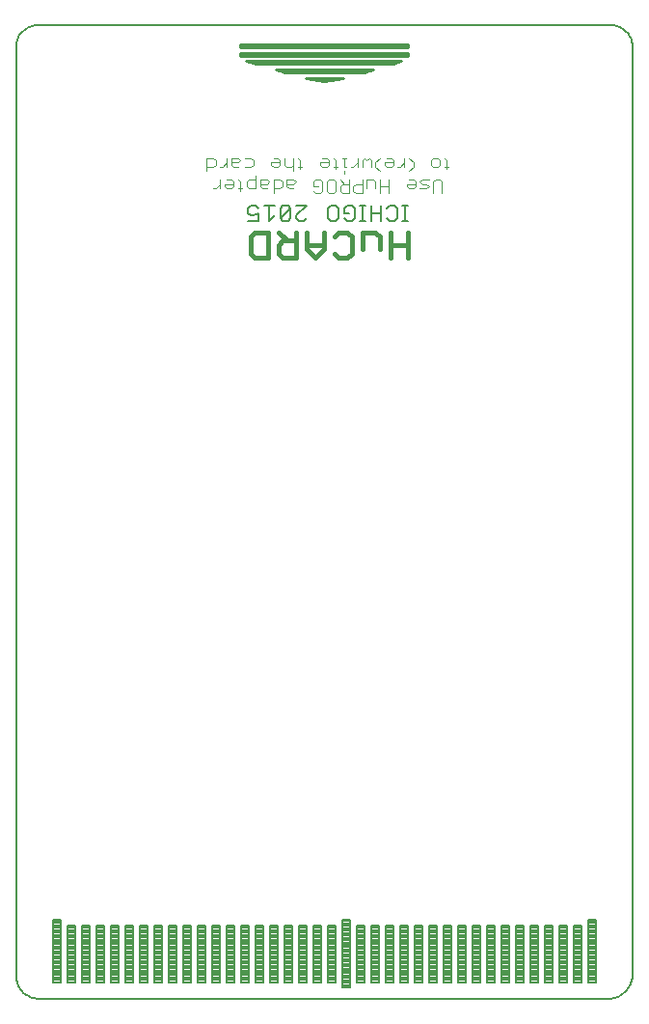
<source format=gts>
G75*
G70*
%OFA0B0*%
%FSLAX24Y24*%
%IPPOS*%
%LPD*%
%AMOC8*
5,1,8,0,0,1.08239X$1,22.5*
%
%ADD10C,0.0100*%
%ADD11C,0.0070*%
%ADD12C,0.0040*%
%ADD13C,0.0170*%
%ADD14C,0.0050*%
%ADD15C,0.0083*%
D10*
X010634Y032431D02*
X011270Y032333D01*
X011906Y032431D01*
X010634Y032431D01*
X011114Y032357D02*
X011426Y032357D01*
X012585Y032628D02*
X012943Y032727D01*
X009597Y032727D01*
X009954Y032628D01*
X012585Y032628D01*
X012674Y032653D02*
X009866Y032653D01*
X008944Y032923D02*
X013596Y032923D01*
X013927Y033022D01*
X008550Y033022D01*
X008944Y032923D01*
X008845Y032948D02*
X013679Y032948D01*
X014170Y033219D02*
X014170Y033317D01*
X008370Y033317D01*
X008370Y033219D01*
X014170Y033219D01*
X014170Y033244D02*
X008370Y033244D01*
X008370Y033514D02*
X008370Y033612D01*
X014170Y033612D01*
X014170Y033514D01*
X008370Y033514D01*
X008370Y033539D02*
X014170Y033539D01*
D11*
X014147Y028043D02*
X013970Y028043D01*
X014059Y028043D02*
X014059Y027512D01*
X014147Y027512D02*
X013970Y027512D01*
X013779Y027600D02*
X013779Y027954D01*
X013690Y028043D01*
X013513Y028043D01*
X013425Y027954D01*
X013226Y028043D02*
X013226Y027512D01*
X013425Y027600D02*
X013513Y027512D01*
X013690Y027512D01*
X013779Y027600D01*
X013226Y027777D02*
X012873Y027777D01*
X012873Y027512D02*
X012873Y028043D01*
X012674Y028043D02*
X012497Y028043D01*
X012585Y028043D02*
X012585Y027512D01*
X012497Y027512D02*
X012674Y027512D01*
X012305Y027600D02*
X012305Y027954D01*
X012217Y028043D01*
X012040Y028043D01*
X011952Y027954D01*
X011952Y027777D01*
X012129Y027777D01*
X012305Y027600D02*
X012217Y027512D01*
X012040Y027512D01*
X011952Y027600D01*
X011753Y027600D02*
X011753Y027954D01*
X011664Y028043D01*
X011488Y028043D01*
X011399Y027954D01*
X011399Y027600D01*
X011488Y027512D01*
X011664Y027512D01*
X011753Y027600D01*
X010648Y027600D02*
X010560Y027512D01*
X010383Y027512D01*
X010294Y027600D01*
X010294Y027689D01*
X010648Y028043D01*
X010294Y028043D01*
X010095Y027954D02*
X010095Y027600D01*
X010007Y027512D01*
X009830Y027512D01*
X009742Y027600D01*
X010095Y027954D01*
X010007Y028043D01*
X009830Y028043D01*
X009742Y027954D01*
X009742Y027600D01*
X009543Y027689D02*
X009366Y027512D01*
X009366Y028043D01*
X009543Y028043D02*
X009189Y028043D01*
X008991Y027954D02*
X008902Y028043D01*
X008725Y028043D01*
X008637Y027954D01*
X008637Y027777D01*
X008725Y027689D01*
X008814Y027689D01*
X008991Y027777D01*
X008991Y027512D01*
X008637Y027512D01*
D12*
X008353Y028549D02*
X008353Y028856D01*
X008277Y028933D01*
X008123Y028856D02*
X008123Y028702D01*
X008046Y028626D01*
X007893Y028626D01*
X007816Y028702D01*
X007816Y028779D01*
X008123Y028779D01*
X008123Y028856D02*
X008046Y028933D01*
X007893Y028933D01*
X007663Y028933D02*
X007663Y028626D01*
X007663Y028779D02*
X007509Y028626D01*
X007433Y028626D01*
X007202Y029222D02*
X007202Y029683D01*
X007433Y029683D01*
X007509Y029606D01*
X007509Y029452D01*
X007433Y029376D01*
X007202Y029376D01*
X007663Y029376D02*
X007739Y029376D01*
X007893Y029529D01*
X008046Y029529D02*
X008277Y029529D01*
X008353Y029606D01*
X008277Y029683D01*
X008046Y029683D01*
X008046Y029452D01*
X008123Y029376D01*
X008277Y029376D01*
X008507Y029376D02*
X008737Y029376D01*
X008814Y029452D01*
X008814Y029606D01*
X008737Y029683D01*
X008507Y029683D01*
X008890Y029086D02*
X008890Y028626D01*
X008660Y028626D01*
X008584Y028702D01*
X008584Y028856D01*
X008660Y028933D01*
X008890Y028933D01*
X009044Y028933D02*
X009044Y028702D01*
X009121Y028626D01*
X009274Y028626D01*
X009274Y028779D02*
X009044Y028779D01*
X009044Y028933D02*
X009274Y028933D01*
X009351Y028856D01*
X009274Y028779D01*
X009504Y028626D02*
X009735Y028626D01*
X009811Y028702D01*
X009811Y028856D01*
X009735Y028933D01*
X009504Y028933D01*
X009504Y028472D01*
X009965Y028702D02*
X009965Y028933D01*
X010195Y028933D01*
X010272Y028856D01*
X010195Y028779D01*
X009965Y028779D01*
X009965Y028702D02*
X010041Y028626D01*
X010195Y028626D01*
X010195Y029222D02*
X010195Y029683D01*
X010348Y029683D02*
X010425Y029606D01*
X010425Y029299D01*
X010502Y029376D02*
X010348Y029376D01*
X010195Y029452D02*
X010118Y029376D01*
X009965Y029376D01*
X009888Y029452D01*
X009888Y029683D01*
X009735Y029606D02*
X009735Y029452D01*
X009658Y029376D01*
X009504Y029376D01*
X009428Y029452D01*
X009428Y029529D01*
X009735Y029529D01*
X009735Y029606D02*
X009658Y029683D01*
X009504Y029683D01*
X008430Y028626D02*
X008277Y028626D01*
X007893Y029376D02*
X007893Y029683D01*
X010885Y028856D02*
X010885Y028702D01*
X011039Y028702D01*
X011192Y028549D02*
X011116Y028472D01*
X010962Y028472D01*
X010885Y028549D01*
X010885Y028856D02*
X010962Y028933D01*
X011116Y028933D01*
X011192Y028856D01*
X011192Y028549D01*
X011346Y028549D02*
X011423Y028472D01*
X011576Y028472D01*
X011653Y028549D01*
X011653Y028856D01*
X011576Y028933D01*
X011423Y028933D01*
X011346Y028856D01*
X011346Y028549D01*
X011806Y028549D02*
X011806Y028702D01*
X011883Y028779D01*
X012113Y028779D01*
X011960Y028779D02*
X011806Y028933D01*
X011960Y029145D02*
X011960Y029222D01*
X011960Y029376D02*
X011960Y029683D01*
X012036Y029683D02*
X011883Y029683D01*
X011653Y029606D02*
X011653Y029299D01*
X011730Y029376D02*
X011576Y029376D01*
X011423Y029452D02*
X011346Y029376D01*
X011192Y029376D01*
X011116Y029452D01*
X011116Y029529D01*
X011423Y029529D01*
X011423Y029606D02*
X011423Y029452D01*
X011423Y029606D02*
X011346Y029683D01*
X011192Y029683D01*
X011576Y029683D02*
X011653Y029606D01*
X011960Y029376D02*
X012036Y029376D01*
X012190Y029376D02*
X012267Y029376D01*
X012420Y029529D01*
X012420Y029376D02*
X012420Y029683D01*
X012574Y029606D02*
X012574Y029376D01*
X012574Y029606D02*
X012650Y029683D01*
X012727Y029606D01*
X012804Y029683D01*
X012881Y029606D01*
X012881Y029376D01*
X013034Y029376D02*
X013187Y029222D01*
X013034Y029376D02*
X013034Y029529D01*
X013187Y029683D01*
X013341Y029529D02*
X013648Y029529D01*
X013648Y029452D02*
X013571Y029376D01*
X013418Y029376D01*
X013341Y029452D01*
X013341Y029529D01*
X013418Y029683D02*
X013571Y029683D01*
X013648Y029606D01*
X013648Y029452D01*
X013801Y029376D02*
X013878Y029376D01*
X014031Y029529D01*
X014031Y029376D02*
X014031Y029683D01*
X014185Y029683D02*
X014338Y029529D01*
X014338Y029376D01*
X014185Y029222D01*
X014185Y028933D02*
X014338Y028933D01*
X014415Y028856D01*
X014415Y028702D01*
X014338Y028626D01*
X014185Y028626D01*
X014108Y028702D01*
X014108Y028779D01*
X014415Y028779D01*
X014569Y028856D02*
X014645Y028933D01*
X014876Y028933D01*
X015029Y028856D02*
X015029Y028472D01*
X014799Y028626D02*
X014569Y028626D01*
X014645Y028779D02*
X014799Y028779D01*
X014876Y028702D01*
X014799Y028626D01*
X014645Y028779D02*
X014569Y028856D01*
X015029Y028856D02*
X015106Y028933D01*
X015259Y028933D01*
X015336Y028856D01*
X015336Y028472D01*
X015489Y029299D02*
X015489Y029606D01*
X015413Y029683D01*
X015259Y029606D02*
X015259Y029452D01*
X015182Y029376D01*
X015029Y029376D01*
X014952Y029452D01*
X014952Y029606D01*
X015029Y029683D01*
X015182Y029683D01*
X015259Y029606D01*
X015413Y029376D02*
X015566Y029376D01*
X013494Y028933D02*
X013494Y028472D01*
X013494Y028702D02*
X013187Y028702D01*
X013034Y028626D02*
X013034Y028856D01*
X012957Y028933D01*
X012727Y028933D01*
X012727Y028626D01*
X012574Y028779D02*
X012343Y028779D01*
X012267Y028702D01*
X012267Y028549D01*
X012343Y028472D01*
X012574Y028472D01*
X012574Y028933D01*
X012113Y028933D02*
X012113Y028472D01*
X011883Y028472D01*
X011806Y028549D01*
X013187Y028472D02*
X013187Y028933D01*
D13*
X013029Y027118D02*
X012589Y027118D01*
X012589Y026530D01*
X012209Y026384D02*
X012209Y026971D01*
X012063Y027118D01*
X011769Y027118D01*
X011622Y026971D01*
X011243Y027118D02*
X011243Y026530D01*
X010949Y026237D01*
X010655Y026530D01*
X010655Y027118D01*
X010276Y027118D02*
X010276Y026237D01*
X009835Y026237D01*
X009689Y026384D01*
X009689Y026677D01*
X009835Y026824D01*
X010276Y026824D01*
X010655Y026677D02*
X011243Y026677D01*
X011622Y026384D02*
X011769Y026237D01*
X012063Y026237D01*
X012209Y026384D01*
X013029Y027118D02*
X013176Y026971D01*
X013176Y026530D01*
X013556Y026677D02*
X014143Y026677D01*
X014143Y026237D02*
X014143Y027118D01*
X013556Y027118D02*
X013556Y026237D01*
X009982Y026824D02*
X009689Y027118D01*
X009309Y027118D02*
X009309Y026237D01*
X008868Y026237D01*
X008722Y026384D01*
X008722Y026971D01*
X008868Y027118D01*
X009309Y027118D01*
D14*
X000613Y033527D02*
X000613Y001440D01*
X000615Y001385D01*
X000620Y001331D01*
X000630Y001277D01*
X000643Y001224D01*
X000659Y001172D01*
X000679Y001121D01*
X000703Y001072D01*
X000729Y001024D01*
X000759Y000979D01*
X000792Y000935D01*
X000828Y000894D01*
X000867Y000855D01*
X000908Y000819D01*
X000952Y000786D01*
X000997Y000756D01*
X001045Y000730D01*
X001094Y000706D01*
X001145Y000686D01*
X001197Y000670D01*
X001250Y000657D01*
X001304Y000647D01*
X001358Y000642D01*
X001413Y000640D01*
X021084Y000640D01*
X021085Y000639D02*
X021141Y000643D01*
X021197Y000650D01*
X021252Y000661D01*
X021306Y000675D01*
X021360Y000693D01*
X021412Y000714D01*
X021462Y000739D01*
X021511Y000767D01*
X021558Y000798D01*
X021603Y000832D01*
X021645Y000869D01*
X021685Y000909D01*
X021723Y000951D01*
X021757Y000995D01*
X021788Y001042D01*
X021817Y001090D01*
X021842Y001141D01*
X021864Y001193D01*
X021882Y001246D01*
X021897Y001300D01*
X021908Y001355D01*
X021916Y001411D01*
X021919Y001467D01*
X021920Y001524D01*
X021919Y001524D02*
X021919Y033527D01*
X021917Y033580D01*
X021911Y033632D01*
X021902Y033684D01*
X021889Y033735D01*
X021872Y033785D01*
X021852Y033834D01*
X021829Y033881D01*
X021802Y033926D01*
X021772Y033969D01*
X021739Y034010D01*
X021703Y034049D01*
X021664Y034085D01*
X021623Y034118D01*
X021580Y034148D01*
X021535Y034175D01*
X021488Y034198D01*
X021439Y034218D01*
X021389Y034235D01*
X021338Y034248D01*
X021286Y034257D01*
X021234Y034263D01*
X021181Y034265D01*
X001351Y034265D01*
X001298Y034263D01*
X001246Y034257D01*
X001194Y034248D01*
X001143Y034235D01*
X001093Y034218D01*
X001044Y034198D01*
X000997Y034175D01*
X000952Y034148D01*
X000909Y034118D01*
X000868Y034085D01*
X000829Y034049D01*
X000793Y034010D01*
X000760Y033969D01*
X000730Y033926D01*
X000703Y033881D01*
X000680Y033834D01*
X000660Y033785D01*
X000643Y033735D01*
X000630Y033684D01*
X000621Y033632D01*
X000615Y033580D01*
X000613Y033527D01*
D15*
X002140Y003370D02*
X002140Y001210D01*
X001892Y001210D01*
X001892Y003370D01*
X002140Y003370D01*
X002140Y001292D02*
X001892Y001292D01*
X001892Y001374D02*
X002140Y001374D01*
X002140Y001456D02*
X001892Y001456D01*
X001892Y001538D02*
X002140Y001538D01*
X002140Y001620D02*
X001892Y001620D01*
X001892Y001702D02*
X002140Y001702D01*
X002140Y001784D02*
X001892Y001784D01*
X001892Y001866D02*
X002140Y001866D01*
X002140Y001948D02*
X001892Y001948D01*
X001892Y002030D02*
X002140Y002030D01*
X002140Y002112D02*
X001892Y002112D01*
X001892Y002194D02*
X002140Y002194D01*
X002140Y002276D02*
X001892Y002276D01*
X001892Y002358D02*
X002140Y002358D01*
X002140Y002440D02*
X001892Y002440D01*
X001892Y002522D02*
X002140Y002522D01*
X002140Y002604D02*
X001892Y002604D01*
X001892Y002686D02*
X002140Y002686D01*
X002140Y002768D02*
X001892Y002768D01*
X001892Y002850D02*
X002140Y002850D01*
X002140Y002932D02*
X001892Y002932D01*
X001892Y003014D02*
X002140Y003014D01*
X002140Y003096D02*
X001892Y003096D01*
X001892Y003178D02*
X002140Y003178D01*
X002140Y003260D02*
X001892Y003260D01*
X001892Y003342D02*
X002140Y003342D01*
X002640Y003170D02*
X002640Y001210D01*
X002392Y001210D01*
X002392Y003170D01*
X002640Y003170D01*
X002640Y001292D02*
X002392Y001292D01*
X002392Y001374D02*
X002640Y001374D01*
X002640Y001456D02*
X002392Y001456D01*
X002392Y001538D02*
X002640Y001538D01*
X002640Y001620D02*
X002392Y001620D01*
X002392Y001702D02*
X002640Y001702D01*
X002640Y001784D02*
X002392Y001784D01*
X002392Y001866D02*
X002640Y001866D01*
X002640Y001948D02*
X002392Y001948D01*
X002392Y002030D02*
X002640Y002030D01*
X002640Y002112D02*
X002392Y002112D01*
X002392Y002194D02*
X002640Y002194D01*
X002640Y002276D02*
X002392Y002276D01*
X002392Y002358D02*
X002640Y002358D01*
X002640Y002440D02*
X002392Y002440D01*
X002392Y002522D02*
X002640Y002522D01*
X002640Y002604D02*
X002392Y002604D01*
X002392Y002686D02*
X002640Y002686D01*
X002640Y002768D02*
X002392Y002768D01*
X002392Y002850D02*
X002640Y002850D01*
X002640Y002932D02*
X002392Y002932D01*
X002392Y003014D02*
X002640Y003014D01*
X002640Y003096D02*
X002392Y003096D01*
X003140Y003170D02*
X003140Y001210D01*
X002892Y001210D01*
X002892Y003170D01*
X003140Y003170D01*
X003140Y001292D02*
X002892Y001292D01*
X002892Y001374D02*
X003140Y001374D01*
X003140Y001456D02*
X002892Y001456D01*
X002892Y001538D02*
X003140Y001538D01*
X003140Y001620D02*
X002892Y001620D01*
X002892Y001702D02*
X003140Y001702D01*
X003140Y001784D02*
X002892Y001784D01*
X002892Y001866D02*
X003140Y001866D01*
X003140Y001948D02*
X002892Y001948D01*
X002892Y002030D02*
X003140Y002030D01*
X003140Y002112D02*
X002892Y002112D01*
X002892Y002194D02*
X003140Y002194D01*
X003140Y002276D02*
X002892Y002276D01*
X002892Y002358D02*
X003140Y002358D01*
X003140Y002440D02*
X002892Y002440D01*
X002892Y002522D02*
X003140Y002522D01*
X003140Y002604D02*
X002892Y002604D01*
X002892Y002686D02*
X003140Y002686D01*
X003140Y002768D02*
X002892Y002768D01*
X002892Y002850D02*
X003140Y002850D01*
X003140Y002932D02*
X002892Y002932D01*
X002892Y003014D02*
X003140Y003014D01*
X003140Y003096D02*
X002892Y003096D01*
X003640Y003170D02*
X003640Y001210D01*
X003392Y001210D01*
X003392Y003170D01*
X003640Y003170D01*
X003640Y001292D02*
X003392Y001292D01*
X003392Y001374D02*
X003640Y001374D01*
X003640Y001456D02*
X003392Y001456D01*
X003392Y001538D02*
X003640Y001538D01*
X003640Y001620D02*
X003392Y001620D01*
X003392Y001702D02*
X003640Y001702D01*
X003640Y001784D02*
X003392Y001784D01*
X003392Y001866D02*
X003640Y001866D01*
X003640Y001948D02*
X003392Y001948D01*
X003392Y002030D02*
X003640Y002030D01*
X003640Y002112D02*
X003392Y002112D01*
X003392Y002194D02*
X003640Y002194D01*
X003640Y002276D02*
X003392Y002276D01*
X003392Y002358D02*
X003640Y002358D01*
X003640Y002440D02*
X003392Y002440D01*
X003392Y002522D02*
X003640Y002522D01*
X003640Y002604D02*
X003392Y002604D01*
X003392Y002686D02*
X003640Y002686D01*
X003640Y002768D02*
X003392Y002768D01*
X003392Y002850D02*
X003640Y002850D01*
X003640Y002932D02*
X003392Y002932D01*
X003392Y003014D02*
X003640Y003014D01*
X003640Y003096D02*
X003392Y003096D01*
X004140Y003170D02*
X004140Y001210D01*
X003892Y001210D01*
X003892Y003170D01*
X004140Y003170D01*
X004140Y001292D02*
X003892Y001292D01*
X003892Y001374D02*
X004140Y001374D01*
X004140Y001456D02*
X003892Y001456D01*
X003892Y001538D02*
X004140Y001538D01*
X004140Y001620D02*
X003892Y001620D01*
X003892Y001702D02*
X004140Y001702D01*
X004140Y001784D02*
X003892Y001784D01*
X003892Y001866D02*
X004140Y001866D01*
X004140Y001948D02*
X003892Y001948D01*
X003892Y002030D02*
X004140Y002030D01*
X004140Y002112D02*
X003892Y002112D01*
X003892Y002194D02*
X004140Y002194D01*
X004140Y002276D02*
X003892Y002276D01*
X003892Y002358D02*
X004140Y002358D01*
X004140Y002440D02*
X003892Y002440D01*
X003892Y002522D02*
X004140Y002522D01*
X004140Y002604D02*
X003892Y002604D01*
X003892Y002686D02*
X004140Y002686D01*
X004140Y002768D02*
X003892Y002768D01*
X003892Y002850D02*
X004140Y002850D01*
X004140Y002932D02*
X003892Y002932D01*
X003892Y003014D02*
X004140Y003014D01*
X004140Y003096D02*
X003892Y003096D01*
X004640Y003170D02*
X004640Y001210D01*
X004392Y001210D01*
X004392Y003170D01*
X004640Y003170D01*
X004640Y001292D02*
X004392Y001292D01*
X004392Y001374D02*
X004640Y001374D01*
X004640Y001456D02*
X004392Y001456D01*
X004392Y001538D02*
X004640Y001538D01*
X004640Y001620D02*
X004392Y001620D01*
X004392Y001702D02*
X004640Y001702D01*
X004640Y001784D02*
X004392Y001784D01*
X004392Y001866D02*
X004640Y001866D01*
X004640Y001948D02*
X004392Y001948D01*
X004392Y002030D02*
X004640Y002030D01*
X004640Y002112D02*
X004392Y002112D01*
X004392Y002194D02*
X004640Y002194D01*
X004640Y002276D02*
X004392Y002276D01*
X004392Y002358D02*
X004640Y002358D01*
X004640Y002440D02*
X004392Y002440D01*
X004392Y002522D02*
X004640Y002522D01*
X004640Y002604D02*
X004392Y002604D01*
X004392Y002686D02*
X004640Y002686D01*
X004640Y002768D02*
X004392Y002768D01*
X004392Y002850D02*
X004640Y002850D01*
X004640Y002932D02*
X004392Y002932D01*
X004392Y003014D02*
X004640Y003014D01*
X004640Y003096D02*
X004392Y003096D01*
X005140Y003170D02*
X005140Y001210D01*
X004892Y001210D01*
X004892Y003170D01*
X005140Y003170D01*
X005140Y001292D02*
X004892Y001292D01*
X004892Y001374D02*
X005140Y001374D01*
X005140Y001456D02*
X004892Y001456D01*
X004892Y001538D02*
X005140Y001538D01*
X005140Y001620D02*
X004892Y001620D01*
X004892Y001702D02*
X005140Y001702D01*
X005140Y001784D02*
X004892Y001784D01*
X004892Y001866D02*
X005140Y001866D01*
X005140Y001948D02*
X004892Y001948D01*
X004892Y002030D02*
X005140Y002030D01*
X005140Y002112D02*
X004892Y002112D01*
X004892Y002194D02*
X005140Y002194D01*
X005140Y002276D02*
X004892Y002276D01*
X004892Y002358D02*
X005140Y002358D01*
X005140Y002440D02*
X004892Y002440D01*
X004892Y002522D02*
X005140Y002522D01*
X005140Y002604D02*
X004892Y002604D01*
X004892Y002686D02*
X005140Y002686D01*
X005140Y002768D02*
X004892Y002768D01*
X004892Y002850D02*
X005140Y002850D01*
X005140Y002932D02*
X004892Y002932D01*
X004892Y003014D02*
X005140Y003014D01*
X005140Y003096D02*
X004892Y003096D01*
X005640Y003170D02*
X005640Y001210D01*
X005392Y001210D01*
X005392Y003170D01*
X005640Y003170D01*
X005640Y001292D02*
X005392Y001292D01*
X005392Y001374D02*
X005640Y001374D01*
X005640Y001456D02*
X005392Y001456D01*
X005392Y001538D02*
X005640Y001538D01*
X005640Y001620D02*
X005392Y001620D01*
X005392Y001702D02*
X005640Y001702D01*
X005640Y001784D02*
X005392Y001784D01*
X005392Y001866D02*
X005640Y001866D01*
X005640Y001948D02*
X005392Y001948D01*
X005392Y002030D02*
X005640Y002030D01*
X005640Y002112D02*
X005392Y002112D01*
X005392Y002194D02*
X005640Y002194D01*
X005640Y002276D02*
X005392Y002276D01*
X005392Y002358D02*
X005640Y002358D01*
X005640Y002440D02*
X005392Y002440D01*
X005392Y002522D02*
X005640Y002522D01*
X005640Y002604D02*
X005392Y002604D01*
X005392Y002686D02*
X005640Y002686D01*
X005640Y002768D02*
X005392Y002768D01*
X005392Y002850D02*
X005640Y002850D01*
X005640Y002932D02*
X005392Y002932D01*
X005392Y003014D02*
X005640Y003014D01*
X005640Y003096D02*
X005392Y003096D01*
X006140Y003170D02*
X006140Y001210D01*
X005892Y001210D01*
X005892Y003170D01*
X006140Y003170D01*
X006140Y001292D02*
X005892Y001292D01*
X005892Y001374D02*
X006140Y001374D01*
X006140Y001456D02*
X005892Y001456D01*
X005892Y001538D02*
X006140Y001538D01*
X006140Y001620D02*
X005892Y001620D01*
X005892Y001702D02*
X006140Y001702D01*
X006140Y001784D02*
X005892Y001784D01*
X005892Y001866D02*
X006140Y001866D01*
X006140Y001948D02*
X005892Y001948D01*
X005892Y002030D02*
X006140Y002030D01*
X006140Y002112D02*
X005892Y002112D01*
X005892Y002194D02*
X006140Y002194D01*
X006140Y002276D02*
X005892Y002276D01*
X005892Y002358D02*
X006140Y002358D01*
X006140Y002440D02*
X005892Y002440D01*
X005892Y002522D02*
X006140Y002522D01*
X006140Y002604D02*
X005892Y002604D01*
X005892Y002686D02*
X006140Y002686D01*
X006140Y002768D02*
X005892Y002768D01*
X005892Y002850D02*
X006140Y002850D01*
X006140Y002932D02*
X005892Y002932D01*
X005892Y003014D02*
X006140Y003014D01*
X006140Y003096D02*
X005892Y003096D01*
X006640Y003170D02*
X006640Y001210D01*
X006392Y001210D01*
X006392Y003170D01*
X006640Y003170D01*
X006640Y001292D02*
X006392Y001292D01*
X006392Y001374D02*
X006640Y001374D01*
X006640Y001456D02*
X006392Y001456D01*
X006392Y001538D02*
X006640Y001538D01*
X006640Y001620D02*
X006392Y001620D01*
X006392Y001702D02*
X006640Y001702D01*
X006640Y001784D02*
X006392Y001784D01*
X006392Y001866D02*
X006640Y001866D01*
X006640Y001948D02*
X006392Y001948D01*
X006392Y002030D02*
X006640Y002030D01*
X006640Y002112D02*
X006392Y002112D01*
X006392Y002194D02*
X006640Y002194D01*
X006640Y002276D02*
X006392Y002276D01*
X006392Y002358D02*
X006640Y002358D01*
X006640Y002440D02*
X006392Y002440D01*
X006392Y002522D02*
X006640Y002522D01*
X006640Y002604D02*
X006392Y002604D01*
X006392Y002686D02*
X006640Y002686D01*
X006640Y002768D02*
X006392Y002768D01*
X006392Y002850D02*
X006640Y002850D01*
X006640Y002932D02*
X006392Y002932D01*
X006392Y003014D02*
X006640Y003014D01*
X006640Y003096D02*
X006392Y003096D01*
X007140Y003170D02*
X007140Y001210D01*
X006892Y001210D01*
X006892Y003170D01*
X007140Y003170D01*
X007140Y001292D02*
X006892Y001292D01*
X006892Y001374D02*
X007140Y001374D01*
X007140Y001456D02*
X006892Y001456D01*
X006892Y001538D02*
X007140Y001538D01*
X007140Y001620D02*
X006892Y001620D01*
X006892Y001702D02*
X007140Y001702D01*
X007140Y001784D02*
X006892Y001784D01*
X006892Y001866D02*
X007140Y001866D01*
X007140Y001948D02*
X006892Y001948D01*
X006892Y002030D02*
X007140Y002030D01*
X007140Y002112D02*
X006892Y002112D01*
X006892Y002194D02*
X007140Y002194D01*
X007140Y002276D02*
X006892Y002276D01*
X006892Y002358D02*
X007140Y002358D01*
X007140Y002440D02*
X006892Y002440D01*
X006892Y002522D02*
X007140Y002522D01*
X007140Y002604D02*
X006892Y002604D01*
X006892Y002686D02*
X007140Y002686D01*
X007140Y002768D02*
X006892Y002768D01*
X006892Y002850D02*
X007140Y002850D01*
X007140Y002932D02*
X006892Y002932D01*
X006892Y003014D02*
X007140Y003014D01*
X007140Y003096D02*
X006892Y003096D01*
X007640Y003170D02*
X007640Y001210D01*
X007392Y001210D01*
X007392Y003170D01*
X007640Y003170D01*
X007640Y001292D02*
X007392Y001292D01*
X007392Y001374D02*
X007640Y001374D01*
X007640Y001456D02*
X007392Y001456D01*
X007392Y001538D02*
X007640Y001538D01*
X007640Y001620D02*
X007392Y001620D01*
X007392Y001702D02*
X007640Y001702D01*
X007640Y001784D02*
X007392Y001784D01*
X007392Y001866D02*
X007640Y001866D01*
X007640Y001948D02*
X007392Y001948D01*
X007392Y002030D02*
X007640Y002030D01*
X007640Y002112D02*
X007392Y002112D01*
X007392Y002194D02*
X007640Y002194D01*
X007640Y002276D02*
X007392Y002276D01*
X007392Y002358D02*
X007640Y002358D01*
X007640Y002440D02*
X007392Y002440D01*
X007392Y002522D02*
X007640Y002522D01*
X007640Y002604D02*
X007392Y002604D01*
X007392Y002686D02*
X007640Y002686D01*
X007640Y002768D02*
X007392Y002768D01*
X007392Y002850D02*
X007640Y002850D01*
X007640Y002932D02*
X007392Y002932D01*
X007392Y003014D02*
X007640Y003014D01*
X007640Y003096D02*
X007392Y003096D01*
X008140Y003170D02*
X008140Y001210D01*
X007892Y001210D01*
X007892Y003170D01*
X008140Y003170D01*
X008140Y001292D02*
X007892Y001292D01*
X007892Y001374D02*
X008140Y001374D01*
X008140Y001456D02*
X007892Y001456D01*
X007892Y001538D02*
X008140Y001538D01*
X008140Y001620D02*
X007892Y001620D01*
X007892Y001702D02*
X008140Y001702D01*
X008140Y001784D02*
X007892Y001784D01*
X007892Y001866D02*
X008140Y001866D01*
X008140Y001948D02*
X007892Y001948D01*
X007892Y002030D02*
X008140Y002030D01*
X008140Y002112D02*
X007892Y002112D01*
X007892Y002194D02*
X008140Y002194D01*
X008140Y002276D02*
X007892Y002276D01*
X007892Y002358D02*
X008140Y002358D01*
X008140Y002440D02*
X007892Y002440D01*
X007892Y002522D02*
X008140Y002522D01*
X008140Y002604D02*
X007892Y002604D01*
X007892Y002686D02*
X008140Y002686D01*
X008140Y002768D02*
X007892Y002768D01*
X007892Y002850D02*
X008140Y002850D01*
X008140Y002932D02*
X007892Y002932D01*
X007892Y003014D02*
X008140Y003014D01*
X008140Y003096D02*
X007892Y003096D01*
X008640Y003170D02*
X008640Y001210D01*
X008392Y001210D01*
X008392Y003170D01*
X008640Y003170D01*
X008640Y001292D02*
X008392Y001292D01*
X008392Y001374D02*
X008640Y001374D01*
X008640Y001456D02*
X008392Y001456D01*
X008392Y001538D02*
X008640Y001538D01*
X008640Y001620D02*
X008392Y001620D01*
X008392Y001702D02*
X008640Y001702D01*
X008640Y001784D02*
X008392Y001784D01*
X008392Y001866D02*
X008640Y001866D01*
X008640Y001948D02*
X008392Y001948D01*
X008392Y002030D02*
X008640Y002030D01*
X008640Y002112D02*
X008392Y002112D01*
X008392Y002194D02*
X008640Y002194D01*
X008640Y002276D02*
X008392Y002276D01*
X008392Y002358D02*
X008640Y002358D01*
X008640Y002440D02*
X008392Y002440D01*
X008392Y002522D02*
X008640Y002522D01*
X008640Y002604D02*
X008392Y002604D01*
X008392Y002686D02*
X008640Y002686D01*
X008640Y002768D02*
X008392Y002768D01*
X008392Y002850D02*
X008640Y002850D01*
X008640Y002932D02*
X008392Y002932D01*
X008392Y003014D02*
X008640Y003014D01*
X008640Y003096D02*
X008392Y003096D01*
X009140Y003170D02*
X009140Y001210D01*
X008892Y001210D01*
X008892Y003170D01*
X009140Y003170D01*
X009140Y001292D02*
X008892Y001292D01*
X008892Y001374D02*
X009140Y001374D01*
X009140Y001456D02*
X008892Y001456D01*
X008892Y001538D02*
X009140Y001538D01*
X009140Y001620D02*
X008892Y001620D01*
X008892Y001702D02*
X009140Y001702D01*
X009140Y001784D02*
X008892Y001784D01*
X008892Y001866D02*
X009140Y001866D01*
X009140Y001948D02*
X008892Y001948D01*
X008892Y002030D02*
X009140Y002030D01*
X009140Y002112D02*
X008892Y002112D01*
X008892Y002194D02*
X009140Y002194D01*
X009140Y002276D02*
X008892Y002276D01*
X008892Y002358D02*
X009140Y002358D01*
X009140Y002440D02*
X008892Y002440D01*
X008892Y002522D02*
X009140Y002522D01*
X009140Y002604D02*
X008892Y002604D01*
X008892Y002686D02*
X009140Y002686D01*
X009140Y002768D02*
X008892Y002768D01*
X008892Y002850D02*
X009140Y002850D01*
X009140Y002932D02*
X008892Y002932D01*
X008892Y003014D02*
X009140Y003014D01*
X009140Y003096D02*
X008892Y003096D01*
X009640Y003170D02*
X009640Y001210D01*
X009392Y001210D01*
X009392Y003170D01*
X009640Y003170D01*
X009640Y001292D02*
X009392Y001292D01*
X009392Y001374D02*
X009640Y001374D01*
X009640Y001456D02*
X009392Y001456D01*
X009392Y001538D02*
X009640Y001538D01*
X009640Y001620D02*
X009392Y001620D01*
X009392Y001702D02*
X009640Y001702D01*
X009640Y001784D02*
X009392Y001784D01*
X009392Y001866D02*
X009640Y001866D01*
X009640Y001948D02*
X009392Y001948D01*
X009392Y002030D02*
X009640Y002030D01*
X009640Y002112D02*
X009392Y002112D01*
X009392Y002194D02*
X009640Y002194D01*
X009640Y002276D02*
X009392Y002276D01*
X009392Y002358D02*
X009640Y002358D01*
X009640Y002440D02*
X009392Y002440D01*
X009392Y002522D02*
X009640Y002522D01*
X009640Y002604D02*
X009392Y002604D01*
X009392Y002686D02*
X009640Y002686D01*
X009640Y002768D02*
X009392Y002768D01*
X009392Y002850D02*
X009640Y002850D01*
X009640Y002932D02*
X009392Y002932D01*
X009392Y003014D02*
X009640Y003014D01*
X009640Y003096D02*
X009392Y003096D01*
X010140Y003170D02*
X010140Y001210D01*
X009892Y001210D01*
X009892Y003170D01*
X010140Y003170D01*
X010140Y001292D02*
X009892Y001292D01*
X009892Y001374D02*
X010140Y001374D01*
X010140Y001456D02*
X009892Y001456D01*
X009892Y001538D02*
X010140Y001538D01*
X010140Y001620D02*
X009892Y001620D01*
X009892Y001702D02*
X010140Y001702D01*
X010140Y001784D02*
X009892Y001784D01*
X009892Y001866D02*
X010140Y001866D01*
X010140Y001948D02*
X009892Y001948D01*
X009892Y002030D02*
X010140Y002030D01*
X010140Y002112D02*
X009892Y002112D01*
X009892Y002194D02*
X010140Y002194D01*
X010140Y002276D02*
X009892Y002276D01*
X009892Y002358D02*
X010140Y002358D01*
X010140Y002440D02*
X009892Y002440D01*
X009892Y002522D02*
X010140Y002522D01*
X010140Y002604D02*
X009892Y002604D01*
X009892Y002686D02*
X010140Y002686D01*
X010140Y002768D02*
X009892Y002768D01*
X009892Y002850D02*
X010140Y002850D01*
X010140Y002932D02*
X009892Y002932D01*
X009892Y003014D02*
X010140Y003014D01*
X010140Y003096D02*
X009892Y003096D01*
X010640Y003170D02*
X010640Y001210D01*
X010392Y001210D01*
X010392Y003170D01*
X010640Y003170D01*
X010640Y001292D02*
X010392Y001292D01*
X010392Y001374D02*
X010640Y001374D01*
X010640Y001456D02*
X010392Y001456D01*
X010392Y001538D02*
X010640Y001538D01*
X010640Y001620D02*
X010392Y001620D01*
X010392Y001702D02*
X010640Y001702D01*
X010640Y001784D02*
X010392Y001784D01*
X010392Y001866D02*
X010640Y001866D01*
X010640Y001948D02*
X010392Y001948D01*
X010392Y002030D02*
X010640Y002030D01*
X010640Y002112D02*
X010392Y002112D01*
X010392Y002194D02*
X010640Y002194D01*
X010640Y002276D02*
X010392Y002276D01*
X010392Y002358D02*
X010640Y002358D01*
X010640Y002440D02*
X010392Y002440D01*
X010392Y002522D02*
X010640Y002522D01*
X010640Y002604D02*
X010392Y002604D01*
X010392Y002686D02*
X010640Y002686D01*
X010640Y002768D02*
X010392Y002768D01*
X010392Y002850D02*
X010640Y002850D01*
X010640Y002932D02*
X010392Y002932D01*
X010392Y003014D02*
X010640Y003014D01*
X010640Y003096D02*
X010392Y003096D01*
X011140Y003170D02*
X011140Y001210D01*
X010892Y001210D01*
X010892Y003170D01*
X011140Y003170D01*
X011140Y001292D02*
X010892Y001292D01*
X010892Y001374D02*
X011140Y001374D01*
X011140Y001456D02*
X010892Y001456D01*
X010892Y001538D02*
X011140Y001538D01*
X011140Y001620D02*
X010892Y001620D01*
X010892Y001702D02*
X011140Y001702D01*
X011140Y001784D02*
X010892Y001784D01*
X010892Y001866D02*
X011140Y001866D01*
X011140Y001948D02*
X010892Y001948D01*
X010892Y002030D02*
X011140Y002030D01*
X011140Y002112D02*
X010892Y002112D01*
X010892Y002194D02*
X011140Y002194D01*
X011140Y002276D02*
X010892Y002276D01*
X010892Y002358D02*
X011140Y002358D01*
X011140Y002440D02*
X010892Y002440D01*
X010892Y002522D02*
X011140Y002522D01*
X011140Y002604D02*
X010892Y002604D01*
X010892Y002686D02*
X011140Y002686D01*
X011140Y002768D02*
X010892Y002768D01*
X010892Y002850D02*
X011140Y002850D01*
X011140Y002932D02*
X010892Y002932D01*
X010892Y003014D02*
X011140Y003014D01*
X011140Y003096D02*
X010892Y003096D01*
X011640Y003170D02*
X011640Y001210D01*
X011392Y001210D01*
X011392Y003170D01*
X011640Y003170D01*
X011640Y001292D02*
X011392Y001292D01*
X011392Y001374D02*
X011640Y001374D01*
X011640Y001456D02*
X011392Y001456D01*
X011392Y001538D02*
X011640Y001538D01*
X011640Y001620D02*
X011392Y001620D01*
X011392Y001702D02*
X011640Y001702D01*
X011640Y001784D02*
X011392Y001784D01*
X011392Y001866D02*
X011640Y001866D01*
X011640Y001948D02*
X011392Y001948D01*
X011392Y002030D02*
X011640Y002030D01*
X011640Y002112D02*
X011392Y002112D01*
X011392Y002194D02*
X011640Y002194D01*
X011640Y002276D02*
X011392Y002276D01*
X011392Y002358D02*
X011640Y002358D01*
X011640Y002440D02*
X011392Y002440D01*
X011392Y002522D02*
X011640Y002522D01*
X011640Y002604D02*
X011392Y002604D01*
X011392Y002686D02*
X011640Y002686D01*
X011640Y002768D02*
X011392Y002768D01*
X011392Y002850D02*
X011640Y002850D01*
X011640Y002932D02*
X011392Y002932D01*
X011392Y003014D02*
X011640Y003014D01*
X011640Y003096D02*
X011392Y003096D01*
X012140Y003380D02*
X012140Y001030D01*
X011892Y001030D01*
X011892Y003380D01*
X012140Y003380D01*
X012140Y001112D02*
X011892Y001112D01*
X011892Y001194D02*
X012140Y001194D01*
X012140Y001276D02*
X011892Y001276D01*
X011892Y001358D02*
X012140Y001358D01*
X012140Y001440D02*
X011892Y001440D01*
X011892Y001522D02*
X012140Y001522D01*
X012140Y001604D02*
X011892Y001604D01*
X011892Y001686D02*
X012140Y001686D01*
X012140Y001768D02*
X011892Y001768D01*
X011892Y001850D02*
X012140Y001850D01*
X012140Y001932D02*
X011892Y001932D01*
X011892Y002014D02*
X012140Y002014D01*
X012140Y002096D02*
X011892Y002096D01*
X011892Y002178D02*
X012140Y002178D01*
X012140Y002260D02*
X011892Y002260D01*
X011892Y002342D02*
X012140Y002342D01*
X012140Y002424D02*
X011892Y002424D01*
X011892Y002506D02*
X012140Y002506D01*
X012140Y002588D02*
X011892Y002588D01*
X011892Y002670D02*
X012140Y002670D01*
X012140Y002752D02*
X011892Y002752D01*
X011892Y002834D02*
X012140Y002834D01*
X012140Y002916D02*
X011892Y002916D01*
X011892Y002998D02*
X012140Y002998D01*
X012140Y003080D02*
X011892Y003080D01*
X011892Y003162D02*
X012140Y003162D01*
X012140Y003244D02*
X011892Y003244D01*
X011892Y003326D02*
X012140Y003326D01*
X012640Y003170D02*
X012640Y001210D01*
X012392Y001210D01*
X012392Y003170D01*
X012640Y003170D01*
X012640Y001292D02*
X012392Y001292D01*
X012392Y001374D02*
X012640Y001374D01*
X012640Y001456D02*
X012392Y001456D01*
X012392Y001538D02*
X012640Y001538D01*
X012640Y001620D02*
X012392Y001620D01*
X012392Y001702D02*
X012640Y001702D01*
X012640Y001784D02*
X012392Y001784D01*
X012392Y001866D02*
X012640Y001866D01*
X012640Y001948D02*
X012392Y001948D01*
X012392Y002030D02*
X012640Y002030D01*
X012640Y002112D02*
X012392Y002112D01*
X012392Y002194D02*
X012640Y002194D01*
X012640Y002276D02*
X012392Y002276D01*
X012392Y002358D02*
X012640Y002358D01*
X012640Y002440D02*
X012392Y002440D01*
X012392Y002522D02*
X012640Y002522D01*
X012640Y002604D02*
X012392Y002604D01*
X012392Y002686D02*
X012640Y002686D01*
X012640Y002768D02*
X012392Y002768D01*
X012392Y002850D02*
X012640Y002850D01*
X012640Y002932D02*
X012392Y002932D01*
X012392Y003014D02*
X012640Y003014D01*
X012640Y003096D02*
X012392Y003096D01*
X013140Y003170D02*
X013140Y001210D01*
X012892Y001210D01*
X012892Y003170D01*
X013140Y003170D01*
X013140Y001292D02*
X012892Y001292D01*
X012892Y001374D02*
X013140Y001374D01*
X013140Y001456D02*
X012892Y001456D01*
X012892Y001538D02*
X013140Y001538D01*
X013140Y001620D02*
X012892Y001620D01*
X012892Y001702D02*
X013140Y001702D01*
X013140Y001784D02*
X012892Y001784D01*
X012892Y001866D02*
X013140Y001866D01*
X013140Y001948D02*
X012892Y001948D01*
X012892Y002030D02*
X013140Y002030D01*
X013140Y002112D02*
X012892Y002112D01*
X012892Y002194D02*
X013140Y002194D01*
X013140Y002276D02*
X012892Y002276D01*
X012892Y002358D02*
X013140Y002358D01*
X013140Y002440D02*
X012892Y002440D01*
X012892Y002522D02*
X013140Y002522D01*
X013140Y002604D02*
X012892Y002604D01*
X012892Y002686D02*
X013140Y002686D01*
X013140Y002768D02*
X012892Y002768D01*
X012892Y002850D02*
X013140Y002850D01*
X013140Y002932D02*
X012892Y002932D01*
X012892Y003014D02*
X013140Y003014D01*
X013140Y003096D02*
X012892Y003096D01*
X013640Y003170D02*
X013640Y001210D01*
X013392Y001210D01*
X013392Y003170D01*
X013640Y003170D01*
X013640Y001292D02*
X013392Y001292D01*
X013392Y001374D02*
X013640Y001374D01*
X013640Y001456D02*
X013392Y001456D01*
X013392Y001538D02*
X013640Y001538D01*
X013640Y001620D02*
X013392Y001620D01*
X013392Y001702D02*
X013640Y001702D01*
X013640Y001784D02*
X013392Y001784D01*
X013392Y001866D02*
X013640Y001866D01*
X013640Y001948D02*
X013392Y001948D01*
X013392Y002030D02*
X013640Y002030D01*
X013640Y002112D02*
X013392Y002112D01*
X013392Y002194D02*
X013640Y002194D01*
X013640Y002276D02*
X013392Y002276D01*
X013392Y002358D02*
X013640Y002358D01*
X013640Y002440D02*
X013392Y002440D01*
X013392Y002522D02*
X013640Y002522D01*
X013640Y002604D02*
X013392Y002604D01*
X013392Y002686D02*
X013640Y002686D01*
X013640Y002768D02*
X013392Y002768D01*
X013392Y002850D02*
X013640Y002850D01*
X013640Y002932D02*
X013392Y002932D01*
X013392Y003014D02*
X013640Y003014D01*
X013640Y003096D02*
X013392Y003096D01*
X014140Y003170D02*
X014140Y001210D01*
X013892Y001210D01*
X013892Y003170D01*
X014140Y003170D01*
X014140Y001292D02*
X013892Y001292D01*
X013892Y001374D02*
X014140Y001374D01*
X014140Y001456D02*
X013892Y001456D01*
X013892Y001538D02*
X014140Y001538D01*
X014140Y001620D02*
X013892Y001620D01*
X013892Y001702D02*
X014140Y001702D01*
X014140Y001784D02*
X013892Y001784D01*
X013892Y001866D02*
X014140Y001866D01*
X014140Y001948D02*
X013892Y001948D01*
X013892Y002030D02*
X014140Y002030D01*
X014140Y002112D02*
X013892Y002112D01*
X013892Y002194D02*
X014140Y002194D01*
X014140Y002276D02*
X013892Y002276D01*
X013892Y002358D02*
X014140Y002358D01*
X014140Y002440D02*
X013892Y002440D01*
X013892Y002522D02*
X014140Y002522D01*
X014140Y002604D02*
X013892Y002604D01*
X013892Y002686D02*
X014140Y002686D01*
X014140Y002768D02*
X013892Y002768D01*
X013892Y002850D02*
X014140Y002850D01*
X014140Y002932D02*
X013892Y002932D01*
X013892Y003014D02*
X014140Y003014D01*
X014140Y003096D02*
X013892Y003096D01*
X014640Y003170D02*
X014640Y001210D01*
X014392Y001210D01*
X014392Y003170D01*
X014640Y003170D01*
X014640Y001292D02*
X014392Y001292D01*
X014392Y001374D02*
X014640Y001374D01*
X014640Y001456D02*
X014392Y001456D01*
X014392Y001538D02*
X014640Y001538D01*
X014640Y001620D02*
X014392Y001620D01*
X014392Y001702D02*
X014640Y001702D01*
X014640Y001784D02*
X014392Y001784D01*
X014392Y001866D02*
X014640Y001866D01*
X014640Y001948D02*
X014392Y001948D01*
X014392Y002030D02*
X014640Y002030D01*
X014640Y002112D02*
X014392Y002112D01*
X014392Y002194D02*
X014640Y002194D01*
X014640Y002276D02*
X014392Y002276D01*
X014392Y002358D02*
X014640Y002358D01*
X014640Y002440D02*
X014392Y002440D01*
X014392Y002522D02*
X014640Y002522D01*
X014640Y002604D02*
X014392Y002604D01*
X014392Y002686D02*
X014640Y002686D01*
X014640Y002768D02*
X014392Y002768D01*
X014392Y002850D02*
X014640Y002850D01*
X014640Y002932D02*
X014392Y002932D01*
X014392Y003014D02*
X014640Y003014D01*
X014640Y003096D02*
X014392Y003096D01*
X015140Y003170D02*
X015140Y001210D01*
X014892Y001210D01*
X014892Y003170D01*
X015140Y003170D01*
X015140Y001292D02*
X014892Y001292D01*
X014892Y001374D02*
X015140Y001374D01*
X015140Y001456D02*
X014892Y001456D01*
X014892Y001538D02*
X015140Y001538D01*
X015140Y001620D02*
X014892Y001620D01*
X014892Y001702D02*
X015140Y001702D01*
X015140Y001784D02*
X014892Y001784D01*
X014892Y001866D02*
X015140Y001866D01*
X015140Y001948D02*
X014892Y001948D01*
X014892Y002030D02*
X015140Y002030D01*
X015140Y002112D02*
X014892Y002112D01*
X014892Y002194D02*
X015140Y002194D01*
X015140Y002276D02*
X014892Y002276D01*
X014892Y002358D02*
X015140Y002358D01*
X015140Y002440D02*
X014892Y002440D01*
X014892Y002522D02*
X015140Y002522D01*
X015140Y002604D02*
X014892Y002604D01*
X014892Y002686D02*
X015140Y002686D01*
X015140Y002768D02*
X014892Y002768D01*
X014892Y002850D02*
X015140Y002850D01*
X015140Y002932D02*
X014892Y002932D01*
X014892Y003014D02*
X015140Y003014D01*
X015140Y003096D02*
X014892Y003096D01*
X015640Y003170D02*
X015640Y001210D01*
X015392Y001210D01*
X015392Y003170D01*
X015640Y003170D01*
X015640Y001292D02*
X015392Y001292D01*
X015392Y001374D02*
X015640Y001374D01*
X015640Y001456D02*
X015392Y001456D01*
X015392Y001538D02*
X015640Y001538D01*
X015640Y001620D02*
X015392Y001620D01*
X015392Y001702D02*
X015640Y001702D01*
X015640Y001784D02*
X015392Y001784D01*
X015392Y001866D02*
X015640Y001866D01*
X015640Y001948D02*
X015392Y001948D01*
X015392Y002030D02*
X015640Y002030D01*
X015640Y002112D02*
X015392Y002112D01*
X015392Y002194D02*
X015640Y002194D01*
X015640Y002276D02*
X015392Y002276D01*
X015392Y002358D02*
X015640Y002358D01*
X015640Y002440D02*
X015392Y002440D01*
X015392Y002522D02*
X015640Y002522D01*
X015640Y002604D02*
X015392Y002604D01*
X015392Y002686D02*
X015640Y002686D01*
X015640Y002768D02*
X015392Y002768D01*
X015392Y002850D02*
X015640Y002850D01*
X015640Y002932D02*
X015392Y002932D01*
X015392Y003014D02*
X015640Y003014D01*
X015640Y003096D02*
X015392Y003096D01*
X016140Y003170D02*
X016140Y001210D01*
X015892Y001210D01*
X015892Y003170D01*
X016140Y003170D01*
X016140Y001292D02*
X015892Y001292D01*
X015892Y001374D02*
X016140Y001374D01*
X016140Y001456D02*
X015892Y001456D01*
X015892Y001538D02*
X016140Y001538D01*
X016140Y001620D02*
X015892Y001620D01*
X015892Y001702D02*
X016140Y001702D01*
X016140Y001784D02*
X015892Y001784D01*
X015892Y001866D02*
X016140Y001866D01*
X016140Y001948D02*
X015892Y001948D01*
X015892Y002030D02*
X016140Y002030D01*
X016140Y002112D02*
X015892Y002112D01*
X015892Y002194D02*
X016140Y002194D01*
X016140Y002276D02*
X015892Y002276D01*
X015892Y002358D02*
X016140Y002358D01*
X016140Y002440D02*
X015892Y002440D01*
X015892Y002522D02*
X016140Y002522D01*
X016140Y002604D02*
X015892Y002604D01*
X015892Y002686D02*
X016140Y002686D01*
X016140Y002768D02*
X015892Y002768D01*
X015892Y002850D02*
X016140Y002850D01*
X016140Y002932D02*
X015892Y002932D01*
X015892Y003014D02*
X016140Y003014D01*
X016140Y003096D02*
X015892Y003096D01*
X016640Y003170D02*
X016640Y001210D01*
X016392Y001210D01*
X016392Y003170D01*
X016640Y003170D01*
X016640Y001292D02*
X016392Y001292D01*
X016392Y001374D02*
X016640Y001374D01*
X016640Y001456D02*
X016392Y001456D01*
X016392Y001538D02*
X016640Y001538D01*
X016640Y001620D02*
X016392Y001620D01*
X016392Y001702D02*
X016640Y001702D01*
X016640Y001784D02*
X016392Y001784D01*
X016392Y001866D02*
X016640Y001866D01*
X016640Y001948D02*
X016392Y001948D01*
X016392Y002030D02*
X016640Y002030D01*
X016640Y002112D02*
X016392Y002112D01*
X016392Y002194D02*
X016640Y002194D01*
X016640Y002276D02*
X016392Y002276D01*
X016392Y002358D02*
X016640Y002358D01*
X016640Y002440D02*
X016392Y002440D01*
X016392Y002522D02*
X016640Y002522D01*
X016640Y002604D02*
X016392Y002604D01*
X016392Y002686D02*
X016640Y002686D01*
X016640Y002768D02*
X016392Y002768D01*
X016392Y002850D02*
X016640Y002850D01*
X016640Y002932D02*
X016392Y002932D01*
X016392Y003014D02*
X016640Y003014D01*
X016640Y003096D02*
X016392Y003096D01*
X017140Y003170D02*
X017140Y001210D01*
X016892Y001210D01*
X016892Y003170D01*
X017140Y003170D01*
X017140Y001292D02*
X016892Y001292D01*
X016892Y001374D02*
X017140Y001374D01*
X017140Y001456D02*
X016892Y001456D01*
X016892Y001538D02*
X017140Y001538D01*
X017140Y001620D02*
X016892Y001620D01*
X016892Y001702D02*
X017140Y001702D01*
X017140Y001784D02*
X016892Y001784D01*
X016892Y001866D02*
X017140Y001866D01*
X017140Y001948D02*
X016892Y001948D01*
X016892Y002030D02*
X017140Y002030D01*
X017140Y002112D02*
X016892Y002112D01*
X016892Y002194D02*
X017140Y002194D01*
X017140Y002276D02*
X016892Y002276D01*
X016892Y002358D02*
X017140Y002358D01*
X017140Y002440D02*
X016892Y002440D01*
X016892Y002522D02*
X017140Y002522D01*
X017140Y002604D02*
X016892Y002604D01*
X016892Y002686D02*
X017140Y002686D01*
X017140Y002768D02*
X016892Y002768D01*
X016892Y002850D02*
X017140Y002850D01*
X017140Y002932D02*
X016892Y002932D01*
X016892Y003014D02*
X017140Y003014D01*
X017140Y003096D02*
X016892Y003096D01*
X017640Y003170D02*
X017640Y001210D01*
X017392Y001210D01*
X017392Y003170D01*
X017640Y003170D01*
X017640Y001292D02*
X017392Y001292D01*
X017392Y001374D02*
X017640Y001374D01*
X017640Y001456D02*
X017392Y001456D01*
X017392Y001538D02*
X017640Y001538D01*
X017640Y001620D02*
X017392Y001620D01*
X017392Y001702D02*
X017640Y001702D01*
X017640Y001784D02*
X017392Y001784D01*
X017392Y001866D02*
X017640Y001866D01*
X017640Y001948D02*
X017392Y001948D01*
X017392Y002030D02*
X017640Y002030D01*
X017640Y002112D02*
X017392Y002112D01*
X017392Y002194D02*
X017640Y002194D01*
X017640Y002276D02*
X017392Y002276D01*
X017392Y002358D02*
X017640Y002358D01*
X017640Y002440D02*
X017392Y002440D01*
X017392Y002522D02*
X017640Y002522D01*
X017640Y002604D02*
X017392Y002604D01*
X017392Y002686D02*
X017640Y002686D01*
X017640Y002768D02*
X017392Y002768D01*
X017392Y002850D02*
X017640Y002850D01*
X017640Y002932D02*
X017392Y002932D01*
X017392Y003014D02*
X017640Y003014D01*
X017640Y003096D02*
X017392Y003096D01*
X018140Y003170D02*
X018140Y001210D01*
X017892Y001210D01*
X017892Y003170D01*
X018140Y003170D01*
X018140Y001292D02*
X017892Y001292D01*
X017892Y001374D02*
X018140Y001374D01*
X018140Y001456D02*
X017892Y001456D01*
X017892Y001538D02*
X018140Y001538D01*
X018140Y001620D02*
X017892Y001620D01*
X017892Y001702D02*
X018140Y001702D01*
X018140Y001784D02*
X017892Y001784D01*
X017892Y001866D02*
X018140Y001866D01*
X018140Y001948D02*
X017892Y001948D01*
X017892Y002030D02*
X018140Y002030D01*
X018140Y002112D02*
X017892Y002112D01*
X017892Y002194D02*
X018140Y002194D01*
X018140Y002276D02*
X017892Y002276D01*
X017892Y002358D02*
X018140Y002358D01*
X018140Y002440D02*
X017892Y002440D01*
X017892Y002522D02*
X018140Y002522D01*
X018140Y002604D02*
X017892Y002604D01*
X017892Y002686D02*
X018140Y002686D01*
X018140Y002768D02*
X017892Y002768D01*
X017892Y002850D02*
X018140Y002850D01*
X018140Y002932D02*
X017892Y002932D01*
X017892Y003014D02*
X018140Y003014D01*
X018140Y003096D02*
X017892Y003096D01*
X018640Y003170D02*
X018640Y001210D01*
X018392Y001210D01*
X018392Y003170D01*
X018640Y003170D01*
X018640Y001292D02*
X018392Y001292D01*
X018392Y001374D02*
X018640Y001374D01*
X018640Y001456D02*
X018392Y001456D01*
X018392Y001538D02*
X018640Y001538D01*
X018640Y001620D02*
X018392Y001620D01*
X018392Y001702D02*
X018640Y001702D01*
X018640Y001784D02*
X018392Y001784D01*
X018392Y001866D02*
X018640Y001866D01*
X018640Y001948D02*
X018392Y001948D01*
X018392Y002030D02*
X018640Y002030D01*
X018640Y002112D02*
X018392Y002112D01*
X018392Y002194D02*
X018640Y002194D01*
X018640Y002276D02*
X018392Y002276D01*
X018392Y002358D02*
X018640Y002358D01*
X018640Y002440D02*
X018392Y002440D01*
X018392Y002522D02*
X018640Y002522D01*
X018640Y002604D02*
X018392Y002604D01*
X018392Y002686D02*
X018640Y002686D01*
X018640Y002768D02*
X018392Y002768D01*
X018392Y002850D02*
X018640Y002850D01*
X018640Y002932D02*
X018392Y002932D01*
X018392Y003014D02*
X018640Y003014D01*
X018640Y003096D02*
X018392Y003096D01*
X019140Y003170D02*
X019140Y001210D01*
X018892Y001210D01*
X018892Y003170D01*
X019140Y003170D01*
X019140Y001292D02*
X018892Y001292D01*
X018892Y001374D02*
X019140Y001374D01*
X019140Y001456D02*
X018892Y001456D01*
X018892Y001538D02*
X019140Y001538D01*
X019140Y001620D02*
X018892Y001620D01*
X018892Y001702D02*
X019140Y001702D01*
X019140Y001784D02*
X018892Y001784D01*
X018892Y001866D02*
X019140Y001866D01*
X019140Y001948D02*
X018892Y001948D01*
X018892Y002030D02*
X019140Y002030D01*
X019140Y002112D02*
X018892Y002112D01*
X018892Y002194D02*
X019140Y002194D01*
X019140Y002276D02*
X018892Y002276D01*
X018892Y002358D02*
X019140Y002358D01*
X019140Y002440D02*
X018892Y002440D01*
X018892Y002522D02*
X019140Y002522D01*
X019140Y002604D02*
X018892Y002604D01*
X018892Y002686D02*
X019140Y002686D01*
X019140Y002768D02*
X018892Y002768D01*
X018892Y002850D02*
X019140Y002850D01*
X019140Y002932D02*
X018892Y002932D01*
X018892Y003014D02*
X019140Y003014D01*
X019140Y003096D02*
X018892Y003096D01*
X019640Y003170D02*
X019640Y001210D01*
X019392Y001210D01*
X019392Y003170D01*
X019640Y003170D01*
X019640Y001292D02*
X019392Y001292D01*
X019392Y001374D02*
X019640Y001374D01*
X019640Y001456D02*
X019392Y001456D01*
X019392Y001538D02*
X019640Y001538D01*
X019640Y001620D02*
X019392Y001620D01*
X019392Y001702D02*
X019640Y001702D01*
X019640Y001784D02*
X019392Y001784D01*
X019392Y001866D02*
X019640Y001866D01*
X019640Y001948D02*
X019392Y001948D01*
X019392Y002030D02*
X019640Y002030D01*
X019640Y002112D02*
X019392Y002112D01*
X019392Y002194D02*
X019640Y002194D01*
X019640Y002276D02*
X019392Y002276D01*
X019392Y002358D02*
X019640Y002358D01*
X019640Y002440D02*
X019392Y002440D01*
X019392Y002522D02*
X019640Y002522D01*
X019640Y002604D02*
X019392Y002604D01*
X019392Y002686D02*
X019640Y002686D01*
X019640Y002768D02*
X019392Y002768D01*
X019392Y002850D02*
X019640Y002850D01*
X019640Y002932D02*
X019392Y002932D01*
X019392Y003014D02*
X019640Y003014D01*
X019640Y003096D02*
X019392Y003096D01*
X020140Y003170D02*
X020140Y001210D01*
X019892Y001210D01*
X019892Y003170D01*
X020140Y003170D01*
X020140Y001292D02*
X019892Y001292D01*
X019892Y001374D02*
X020140Y001374D01*
X020140Y001456D02*
X019892Y001456D01*
X019892Y001538D02*
X020140Y001538D01*
X020140Y001620D02*
X019892Y001620D01*
X019892Y001702D02*
X020140Y001702D01*
X020140Y001784D02*
X019892Y001784D01*
X019892Y001866D02*
X020140Y001866D01*
X020140Y001948D02*
X019892Y001948D01*
X019892Y002030D02*
X020140Y002030D01*
X020140Y002112D02*
X019892Y002112D01*
X019892Y002194D02*
X020140Y002194D01*
X020140Y002276D02*
X019892Y002276D01*
X019892Y002358D02*
X020140Y002358D01*
X020140Y002440D02*
X019892Y002440D01*
X019892Y002522D02*
X020140Y002522D01*
X020140Y002604D02*
X019892Y002604D01*
X019892Y002686D02*
X020140Y002686D01*
X020140Y002768D02*
X019892Y002768D01*
X019892Y002850D02*
X020140Y002850D01*
X020140Y002932D02*
X019892Y002932D01*
X019892Y003014D02*
X020140Y003014D01*
X020140Y003096D02*
X019892Y003096D01*
X020640Y003370D02*
X020640Y001210D01*
X020392Y001210D01*
X020392Y003370D01*
X020640Y003370D01*
X020640Y001292D02*
X020392Y001292D01*
X020392Y001374D02*
X020640Y001374D01*
X020640Y001456D02*
X020392Y001456D01*
X020392Y001538D02*
X020640Y001538D01*
X020640Y001620D02*
X020392Y001620D01*
X020392Y001702D02*
X020640Y001702D01*
X020640Y001784D02*
X020392Y001784D01*
X020392Y001866D02*
X020640Y001866D01*
X020640Y001948D02*
X020392Y001948D01*
X020392Y002030D02*
X020640Y002030D01*
X020640Y002112D02*
X020392Y002112D01*
X020392Y002194D02*
X020640Y002194D01*
X020640Y002276D02*
X020392Y002276D01*
X020392Y002358D02*
X020640Y002358D01*
X020640Y002440D02*
X020392Y002440D01*
X020392Y002522D02*
X020640Y002522D01*
X020640Y002604D02*
X020392Y002604D01*
X020392Y002686D02*
X020640Y002686D01*
X020640Y002768D02*
X020392Y002768D01*
X020392Y002850D02*
X020640Y002850D01*
X020640Y002932D02*
X020392Y002932D01*
X020392Y003014D02*
X020640Y003014D01*
X020640Y003096D02*
X020392Y003096D01*
X020392Y003178D02*
X020640Y003178D01*
X020640Y003260D02*
X020392Y003260D01*
X020392Y003342D02*
X020640Y003342D01*
M02*

</source>
